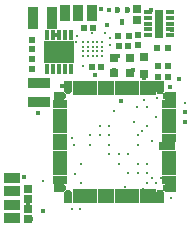
<source format=gbs>
G04 Layer_Color=8150272*
%FSLAX25Y25*%
%MOIN*%
G70*
G01*
G75*
%ADD70R,0.02405X0.02247*%
%ADD73R,0.02247X0.02405*%
%ADD74R,0.02956X0.02956*%
%ADD75R,0.02365X0.02365*%
%ADD76C,0.02169*%
%ADD77C,0.01600*%
%ADD78C,0.01300*%
%ADD79C,0.01200*%
%ADD80O,0.04128X0.02795*%
%ADD81O,0.02795X0.04128*%
%ADD82O,0.02795X0.04328*%
%ADD83O,0.04328X0.02795*%
%ADD84R,0.02795X0.02756*%
%ADD85R,0.02795X0.04528*%
%ADD86R,0.02756X0.02795*%
%ADD87R,0.04528X0.02795*%
%ADD88R,0.05709X0.02795*%
%ADD89C,0.01299*%
%ADD90R,0.03200X0.05200*%
%ADD91R,0.02562X0.02759*%
%ADD92R,0.02365X0.02365*%
%ADD93R,0.01263X0.02247*%
%ADD94R,0.01617X0.02247*%
%ADD95R,0.02720X0.09609*%
%ADD96R,0.02956X0.01184*%
%ADD97R,0.10173X0.07299*%
%ADD98R,0.01787X0.03559*%
%ADD99R,0.02641X0.02798*%
%ADD100R,0.07287X0.03350*%
%ADD101R,0.05200X0.03200*%
%ADD102R,0.02956X0.02956*%
%ADD103R,0.03350X0.07287*%
D70*
X125535Y145500D02*
D03*
X122465D02*
D03*
X134535Y152500D02*
D03*
X131465D02*
D03*
X119864Y158500D02*
D03*
X122935D02*
D03*
D73*
X102500Y154535D02*
D03*
Y151464D02*
D03*
Y144965D02*
D03*
Y148035D02*
D03*
X138000Y156035D02*
D03*
Y152964D02*
D03*
D74*
X140000Y143244D02*
D03*
Y148756D02*
D03*
D75*
X148000Y142228D02*
D03*
Y145772D02*
D03*
X144500Y142228D02*
D03*
Y145772D02*
D03*
D76*
X145000Y158031D02*
D03*
Y161969D02*
D03*
X113469Y148531D02*
D03*
Y152469D02*
D03*
X109531Y148531D02*
D03*
Y152469D02*
D03*
D77*
X102500Y144890D02*
D03*
X112500Y139100D02*
D03*
X131200Y164500D02*
D03*
X134600Y164600D02*
D03*
X128200D02*
D03*
X125600Y165000D02*
D03*
X121700Y163700D02*
D03*
X151500Y141600D02*
D03*
X149100Y158000D02*
D03*
X134300Y139800D02*
D03*
X100000Y108858D02*
D03*
X112300Y116300D02*
D03*
X112700Y113200D02*
D03*
X131300Y149200D02*
D03*
X128900Y137200D02*
D03*
X132200Y134200D02*
D03*
X135400Y148500D02*
D03*
X136200Y144500D02*
D03*
X148500Y138800D02*
D03*
X140000Y141800D02*
D03*
X138000Y152900D02*
D03*
X106100Y97500D02*
D03*
X95300Y109500D02*
D03*
X113500Y163600D02*
D03*
X104700Y130300D02*
D03*
X123500Y142900D02*
D03*
X102500Y151464D02*
D03*
X102900Y163900D02*
D03*
X102850Y160823D02*
D03*
X127600Y159600D02*
D03*
X110516Y156110D02*
D03*
X140000Y148756D02*
D03*
X129900Y144500D02*
D03*
X142200Y164400D02*
D03*
X118000Y163500D02*
D03*
X147800Y159900D02*
D03*
X149000Y162000D02*
D03*
X131465Y152500D02*
D03*
X125535Y145500D02*
D03*
X101200Y99900D02*
D03*
X153500Y127300D02*
D03*
Y130435D02*
D03*
X101200Y104873D02*
D03*
X102300Y94800D02*
D03*
D78*
X118504Y98031D02*
D03*
X139115Y124115D02*
D03*
X140874Y125874D02*
D03*
X116500Y119500D02*
D03*
X122000Y119600D02*
D03*
X117000Y110000D02*
D03*
X129800Y130700D02*
D03*
X125126Y125874D02*
D03*
X137724Y113276D02*
D03*
X106300Y107500D02*
D03*
X122000Y122700D02*
D03*
X125100D02*
D03*
X116036Y121900D02*
D03*
X115900Y98035D02*
D03*
X142500Y121000D02*
D03*
X139800Y134400D02*
D03*
X140874Y132173D02*
D03*
X137700Y132200D02*
D03*
X119626Y152287D02*
D03*
X139483Y105000D02*
D03*
X140874Y113276D02*
D03*
Y110126D02*
D03*
Y106976D02*
D03*
X144024Y129024D02*
D03*
Y106976D02*
D03*
X118827D02*
D03*
X134575Y110126D02*
D03*
X131425Y113276D02*
D03*
Y116425D02*
D03*
X128276D02*
D03*
Y119575D02*
D03*
X134575Y116425D02*
D03*
X137724Y119575D02*
D03*
X128276Y125874D02*
D03*
Y122724D02*
D03*
X149000Y105000D02*
D03*
Y116000D02*
D03*
X142500Y108500D02*
D03*
X137724Y110126D02*
D03*
X133414Y105586D02*
D03*
X149000Y111000D02*
D03*
X145374Y101610D02*
D03*
X149000Y133000D02*
D03*
Y102000D02*
D03*
X142500Y101500D02*
D03*
X145500Y108500D02*
D03*
X149000Y113500D02*
D03*
X118827Y113276D02*
D03*
X136400Y127198D02*
D03*
X144100Y135200D02*
D03*
D79*
X137724Y122724D02*
D03*
X145374Y138504D02*
D03*
X153500Y133500D02*
D03*
X122700Y156800D02*
D03*
X115500Y143900D02*
D03*
X109500D02*
D03*
X125925Y149138D02*
D03*
X124350D02*
D03*
X121201Y152287D02*
D03*
Y150713D02*
D03*
X122775D02*
D03*
Y152287D02*
D03*
X124350D02*
D03*
X128400Y153000D02*
D03*
X117400Y155700D02*
D03*
X117300Y153900D02*
D03*
X126800Y156700D02*
D03*
X128400Y155200D02*
D03*
X119626Y149138D02*
D03*
X119600Y145900D02*
D03*
X122775Y149138D02*
D03*
D80*
X111996Y135874D02*
D03*
Y105126D02*
D03*
D81*
X114626Y102496D02*
D03*
Y138504D02*
D03*
D82*
X145374Y102496D02*
D03*
Y138504D02*
D03*
D83*
X148201Y135874D02*
D03*
Y105126D02*
D03*
D84*
X145374Y101610D02*
D03*
X114626D02*
D03*
Y139390D02*
D03*
X145374D02*
D03*
D85*
X142579Y102496D02*
D03*
X139783D02*
D03*
X136988D02*
D03*
X134193D02*
D03*
X131398D02*
D03*
X128602D02*
D03*
X125807D02*
D03*
X123012D02*
D03*
X120217D02*
D03*
X117421D02*
D03*
Y138504D02*
D03*
X120217D02*
D03*
X123012D02*
D03*
X125807D02*
D03*
X128602D02*
D03*
X131398D02*
D03*
X134193D02*
D03*
X136988D02*
D03*
X139783D02*
D03*
X142579D02*
D03*
D86*
X111110Y105126D02*
D03*
Y135874D02*
D03*
X149087D02*
D03*
Y105126D02*
D03*
D87*
X111996Y107921D02*
D03*
Y110716D02*
D03*
Y113512D02*
D03*
Y116307D02*
D03*
Y119102D02*
D03*
Y121898D02*
D03*
Y124693D02*
D03*
Y127488D02*
D03*
Y130283D02*
D03*
Y133079D02*
D03*
X148201D02*
D03*
Y130283D02*
D03*
Y127488D02*
D03*
Y124693D02*
D03*
Y121898D02*
D03*
Y116307D02*
D03*
Y113512D02*
D03*
Y110716D02*
D03*
Y107921D02*
D03*
D88*
X147610Y119102D02*
D03*
D89*
X119626Y153862D02*
D03*
X121201D02*
D03*
X122775D02*
D03*
X124350D02*
D03*
X125925D02*
D03*
X119626Y152287D02*
D03*
X121201D02*
D03*
X122775D02*
D03*
X124350D02*
D03*
X125925D02*
D03*
X119626Y150713D02*
D03*
X121201D02*
D03*
X122775D02*
D03*
X124350D02*
D03*
X125925D02*
D03*
X119626Y149138D02*
D03*
X121201D02*
D03*
X122775D02*
D03*
X124350D02*
D03*
X125925D02*
D03*
D90*
X118000Y163500D02*
D03*
X122500D02*
D03*
X113500D02*
D03*
D91*
X101200Y94727D02*
D03*
Y98073D02*
D03*
Y104873D02*
D03*
Y101527D02*
D03*
D92*
X134772Y156000D02*
D03*
X131228D02*
D03*
X144228Y152000D02*
D03*
X147772D02*
D03*
D93*
X130925Y164429D02*
D03*
X134075D02*
D03*
D94*
X132500Y160571D02*
D03*
D95*
X145000Y160000D02*
D03*
D96*
X141358Y156063D02*
D03*
Y158031D02*
D03*
Y160000D02*
D03*
Y161969D02*
D03*
Y163937D02*
D03*
X148642Y156063D02*
D03*
Y158031D02*
D03*
Y160000D02*
D03*
Y161969D02*
D03*
Y163937D02*
D03*
D97*
X111500Y150500D02*
D03*
D98*
X115437Y144890D02*
D03*
X113469D02*
D03*
X111500D02*
D03*
X109531D02*
D03*
X107563D02*
D03*
X115437Y156110D02*
D03*
X113469D02*
D03*
X111500D02*
D03*
X109531D02*
D03*
X107563D02*
D03*
D99*
X137500Y161268D02*
D03*
Y164732D02*
D03*
D100*
X105000Y133850D02*
D03*
Y140150D02*
D03*
D101*
X96000Y99600D02*
D03*
Y95100D02*
D03*
Y104100D02*
D03*
Y108600D02*
D03*
D102*
X135256Y143500D02*
D03*
X129744D02*
D03*
X135256Y148500D02*
D03*
X129744D02*
D03*
D103*
X109150Y162000D02*
D03*
X102850D02*
D03*
M02*

</source>
